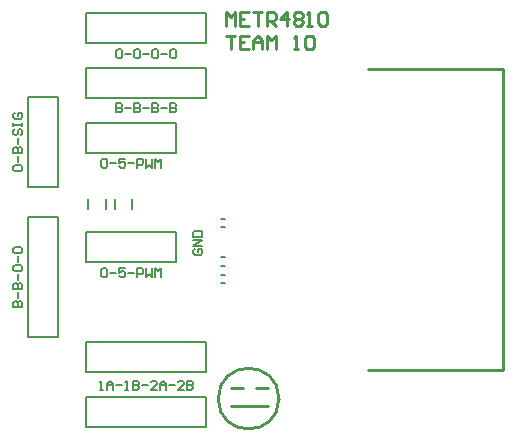
<source format=gto>
%FSDAX24Y24*%
%MOIN*%
%SFA1B1*%

%IPPOS*%
%ADD21C,0.010000*%
%ADD22C,0.007900*%
%ADD23C,0.005000*%
%LNdistro_layout_top_buck-1*%
%LPD*%
G54D21*
X007862Y-000550D02*
D01*
D01*
G75*
G03X005838I-1012J0D01*
G74*G01*
D01*
G75*
G03X007862I1012J0D01*
G74*G01*
X006250Y-000800D02*
X007500D01*
X007100Y-000200D02*
X007500D01*
X006250D02*
X006650D01*
X010843Y010435D02*
X015343D01*
Y000392D02*
Y010435D01*
X010843Y000392D02*
X015343D01*
X006100Y011880D02*
Y012330D01*
X006250Y012180*
X006400Y012330*
Y011880*
X006850Y012330D02*
X006550D01*
Y011880*
X006850*
X006550Y012105D02*
X006700D01*
X007000Y012330D02*
X007300D01*
X007150*
Y011880*
X007450D02*
Y012330D01*
X007674*
X007749Y012255*
Y012105*
X007674Y012030*
X007450*
X007600D02*
X007749Y011880D01*
X008124D02*
Y012330D01*
X007899Y012105*
X008199*
X008349Y012255D02*
X008424Y012330D01*
X008574*
X008649Y012255*
Y012180*
X008574Y012105*
X008649Y012030*
Y011955*
X008574Y011880*
X008424*
X008349Y011955*
Y012030*
X008424Y012105*
X008349Y012180*
Y012255*
X008424Y012105D02*
X008574D01*
X008799Y011880D02*
X008949D01*
X008874*
Y012330*
X008799Y012255*
X009174D02*
X009249Y012330D01*
X009399*
X009474Y012255*
Y011955*
X009399Y011880*
X009249*
X009174Y011955*
Y012255*
X006100Y011550D02*
X006400D01*
X006250*
Y011100*
X006850Y011550D02*
X006550D01*
Y011100*
X006850*
X006550Y011325D02*
X006700D01*
X007000Y011100D02*
Y011400D01*
X007150Y011550*
X007300Y011400*
Y011100*
Y011325*
X007000*
X007450Y011100D02*
Y011550D01*
X007600Y011400*
X007749Y011550*
Y011100*
X008349D02*
X008499D01*
X008424*
Y011550*
X008349Y011475*
X008724D02*
X008799Y011550D01*
X008949*
X009024Y011475*
Y011175*
X008949Y011100*
X008799*
X008724Y011175*
Y011475*
G54D22*
X005437Y011311D02*
Y012311D01*
X001437Y011311D02*
X005437D01*
X001437Y012311D02*
X005437D01*
X001437Y011311D02*
Y012311D01*
X-000500Y005500D02*
X000500D01*
Y001500D02*
Y005500D01*
X-000500Y001500D02*
Y005500D01*
Y001500D02*
X000500D01*
X005437Y009481D02*
Y010481D01*
X001437Y009481D02*
X005437D01*
X001437Y010481D02*
X005437D01*
X001437Y009481D02*
Y010481D01*
X-000500Y009500D02*
X000500D01*
Y006500D02*
Y009500D01*
X-000500Y006500D02*
X000500D01*
X-000500D02*
Y009500D01*
X004437Y003990D02*
Y004990D01*
X001437Y003990D02*
X004437D01*
X001437D02*
Y004990D01*
X004437*
Y007651D02*
Y008651D01*
X001437Y007651D02*
X004437D01*
X001437D02*
Y008651D01*
X004437*
X005437Y-001500D02*
Y-000500D01*
X001437Y-001500D02*
X005437D01*
X001437Y-000500D02*
X005437D01*
X001437Y-001500D02*
Y-000500D01*
X005437Y000330D02*
Y001330D01*
X001437Y000330D02*
X005437D01*
X001437Y001330D02*
X005437D01*
X001437Y000330D02*
Y001330D01*
X005921Y003307D02*
X006079D01*
X005921Y003582D02*
X006079D01*
X005921Y004155D02*
X006079D01*
X005921Y003879D02*
X006079D01*
X005921Y005162D02*
X006079D01*
X005921Y005438D02*
X006079D01*
X001496Y005780D02*
Y006094D01*
X002087Y005780D02*
Y006094D01*
X002384Y005780D02*
Y006094D01*
X002974Y005780D02*
Y006094D01*
G54D23*
X001937Y007400D02*
X001987Y007450D01*
X002087*
X002137Y007400*
Y007200*
X002087Y007150*
X001987*
X001937Y007200*
Y007400*
X002237Y007300D02*
X002437D01*
X002737Y007450D02*
X002537D01*
Y007300*
X002637Y007350*
X002687*
X002737Y007300*
Y007200*
X002687Y007150*
X002587*
X002537Y007200*
X002837Y007300D02*
X003037D01*
X003137Y007150D02*
Y007450D01*
X003287*
X003337Y007400*
Y007300*
X003287Y007250*
X003137*
X003437Y007450D02*
Y007150D01*
X003537Y007250*
X003637Y007150*
Y007450*
X003737Y007150D02*
Y007450D01*
X003837Y007350*
X003937Y007450*
Y007150*
X005050Y004450D02*
X005000Y004400D01*
Y004300*
X005050Y004250*
X005250*
X005300Y004300*
Y004400*
X005250Y004450*
X005150*
Y004350*
X005300Y004550D02*
X005000D01*
X005300Y004750*
X005000*
Y004850D02*
X005300D01*
Y005000*
X005250Y005050*
X005050*
X005000Y005000*
Y004850*
X001888Y-000250D02*
X001987D01*
X001937*
Y000050*
X001888Y000000*
X002137Y-000250D02*
Y-000050D01*
X002237Y000050*
X002337Y-000050*
Y-000250*
Y-000100*
X002137*
X002437D02*
X002637D01*
X002737Y-000250D02*
X002837D01*
X002787*
Y000050*
X002737Y000000*
X002987Y000050D02*
Y-000250D01*
X003137*
X003187Y-000200*
Y-000150*
X003137Y-000100*
X002987*
X003137*
X003187Y-000050*
Y000000*
X003137Y000050*
X002987*
X003287Y-000100D02*
X003487D01*
X003787Y-000250D02*
X003587D01*
X003787Y-000050*
Y000000*
X003737Y000050*
X003637*
X003587Y000000*
X003887Y-000250D02*
Y-000050D01*
X003987Y000050*
X004087Y-000050*
Y-000250*
Y-000100*
X003887*
X004187D02*
X004387D01*
X004687Y-000250D02*
X004487D01*
X004687Y-000050*
Y000000*
X004637Y000050*
X004537*
X004487Y000000*
X004787Y000050D02*
Y-000250D01*
X004937*
X004987Y-000200*
Y-000150*
X004937Y-000100*
X004787*
X004937*
X004987Y-000050*
Y000000*
X004937Y000050*
X004787*
X001937Y003750D02*
X001987Y003800D01*
X002087*
X002137Y003750*
Y003550*
X002087Y003500*
X001987*
X001937Y003550*
Y003750*
X002237Y003650D02*
X002437D01*
X002737Y003800D02*
X002537D01*
Y003650*
X002637Y003700*
X002687*
X002737Y003650*
Y003550*
X002687Y003500*
X002587*
X002537Y003550*
X002837Y003650D02*
X003037D01*
X003137Y003500D02*
Y003800D01*
X003287*
X003337Y003750*
Y003650*
X003287Y003600*
X003137*
X003437Y003800D02*
Y003500D01*
X003537Y003600*
X003637Y003500*
Y003800*
X003737Y003500D02*
Y003800D01*
X003837Y003700*
X003937Y003800*
Y003500*
X002437Y009300D02*
Y009000D01*
X002587*
X002637Y009050*
Y009100*
X002587Y009150*
X002437*
X002587*
X002637Y009200*
Y009250*
X002587Y009300*
X002437*
X002737Y009150D02*
X002937D01*
X003037Y009300D02*
Y009000D01*
X003187*
X003237Y009050*
Y009100*
X003187Y009150*
X003037*
X003187*
X003237Y009200*
Y009250*
X003187Y009300*
X003037*
X003337Y009150D02*
X003537D01*
X003637Y009300D02*
Y009000D01*
X003787*
X003837Y009050*
Y009100*
X003787Y009150*
X003637*
X003787*
X003837Y009200*
Y009250*
X003787Y009300*
X003637*
X003937Y009150D02*
X004137D01*
X004237Y009300D02*
Y009000D01*
X004387*
X004437Y009050*
Y009100*
X004387Y009150*
X004237*
X004387*
X004437Y009200*
Y009250*
X004387Y009300*
X004237*
X002437Y011050D02*
X002487Y011100D01*
X002587*
X002637Y011050*
Y010850*
X002587Y010800*
X002487*
X002437Y010850*
Y011050*
X002737Y010950D02*
X002937D01*
X003037Y011050D02*
X003087Y011100D01*
X003187*
X003237Y011050*
Y010850*
X003187Y010800*
X003087*
X003037Y010850*
Y011050*
X003337Y010950D02*
X003537D01*
X003637Y011050D02*
X003687Y011100D01*
X003787*
X003837Y011050*
Y010850*
X003787Y010800*
X003687*
X003637Y010850*
Y011050*
X003937Y010950D02*
X004137D01*
X004237Y011050D02*
X004287Y011100D01*
X004387*
X004437Y011050*
Y010850*
X004387Y010800*
X004287*
X004237Y010850*
Y011050*
X-000950Y007025D02*
X-001000Y007075D01*
Y007175*
X-000950Y007225*
X-000750*
X-000700Y007175*
Y007075*
X-000750Y007025*
X-000950*
X-000850Y007325D02*
Y007525D01*
X-001000Y007625D02*
X-000700D01*
Y007775*
X-000750Y007825*
X-000800*
X-000850Y007775*
Y007625*
Y007775*
X-000900Y007825*
X-000950*
X-001000Y007775*
Y007625*
X-000850Y007925D02*
Y008125D01*
X-000950Y008425D02*
X-001000Y008375D01*
Y008275*
X-000950Y008225*
X-000900*
X-000850Y008275*
Y008375*
X-000800Y008425*
X-000750*
X-000700Y008375*
Y008275*
X-000750Y008225*
X-001000Y008525D02*
Y008625D01*
Y008575*
X-000700*
Y008525*
Y008625*
X-000950Y008975D02*
X-001000Y008925D01*
Y008825*
X-000950Y008775*
X-000750*
X-000700Y008825*
Y008925*
X-000750Y008975*
X-000850*
Y008875*
X-001000Y002500D02*
X-000700D01*
Y002650*
X-000750Y002700*
X-000800*
X-000850Y002650*
Y002500*
Y002650*
X-000900Y002700*
X-000950*
X-001000Y002650*
Y002500*
X-000850Y002800D02*
Y003000D01*
X-001000Y003100D02*
X-000700D01*
Y003250*
X-000750Y003300*
X-000800*
X-000850Y003250*
Y003100*
Y003250*
X-000900Y003300*
X-000950*
X-001000Y003250*
Y003100*
X-000850Y003400D02*
Y003600D01*
X-000950Y003700D02*
X-001000Y003750D01*
Y003850*
X-000950Y003900*
X-000750*
X-000700Y003850*
Y003750*
X-000750Y003700*
X-000950*
X-000850Y004000D02*
Y004200D01*
X-000950Y004300D02*
X-001000Y004350D01*
Y004450*
X-000950Y004500*
X-000750*
X-000700Y004450*
Y004350*
X-000750Y004300*
X-000950*
M02*
</source>
